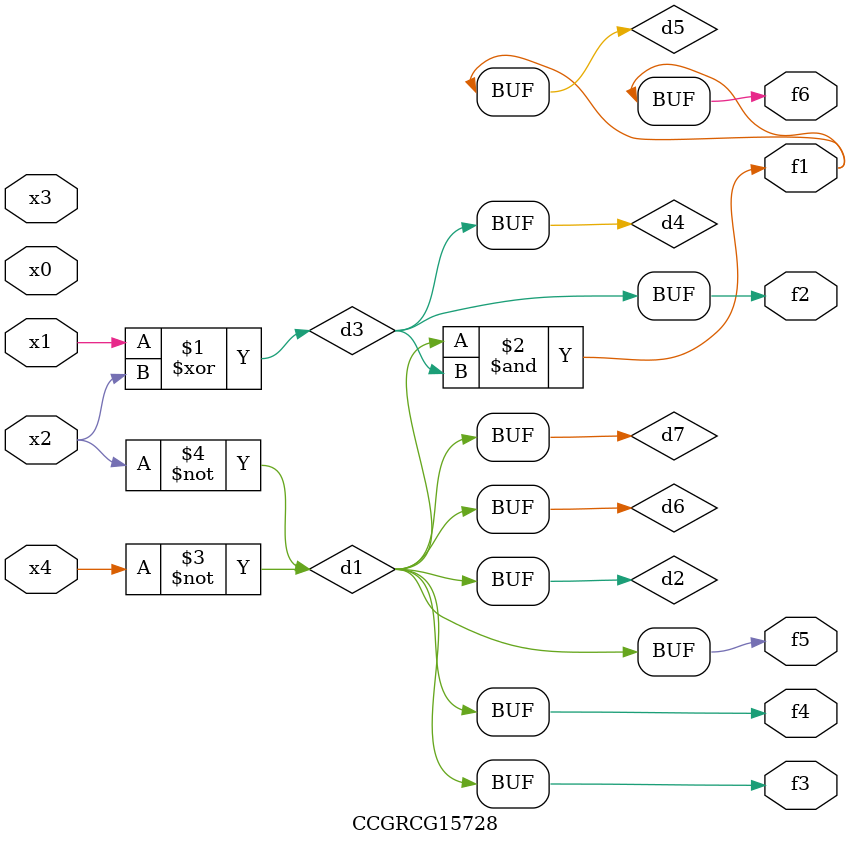
<source format=v>
module CCGRCG15728(
	input x0, x1, x2, x3, x4,
	output f1, f2, f3, f4, f5, f6
);

	wire d1, d2, d3, d4, d5, d6, d7;

	not (d1, x4);
	not (d2, x2);
	xor (d3, x1, x2);
	buf (d4, d3);
	and (d5, d1, d3);
	buf (d6, d1, d2);
	buf (d7, d2);
	assign f1 = d5;
	assign f2 = d4;
	assign f3 = d7;
	assign f4 = d7;
	assign f5 = d7;
	assign f6 = d5;
endmodule

</source>
